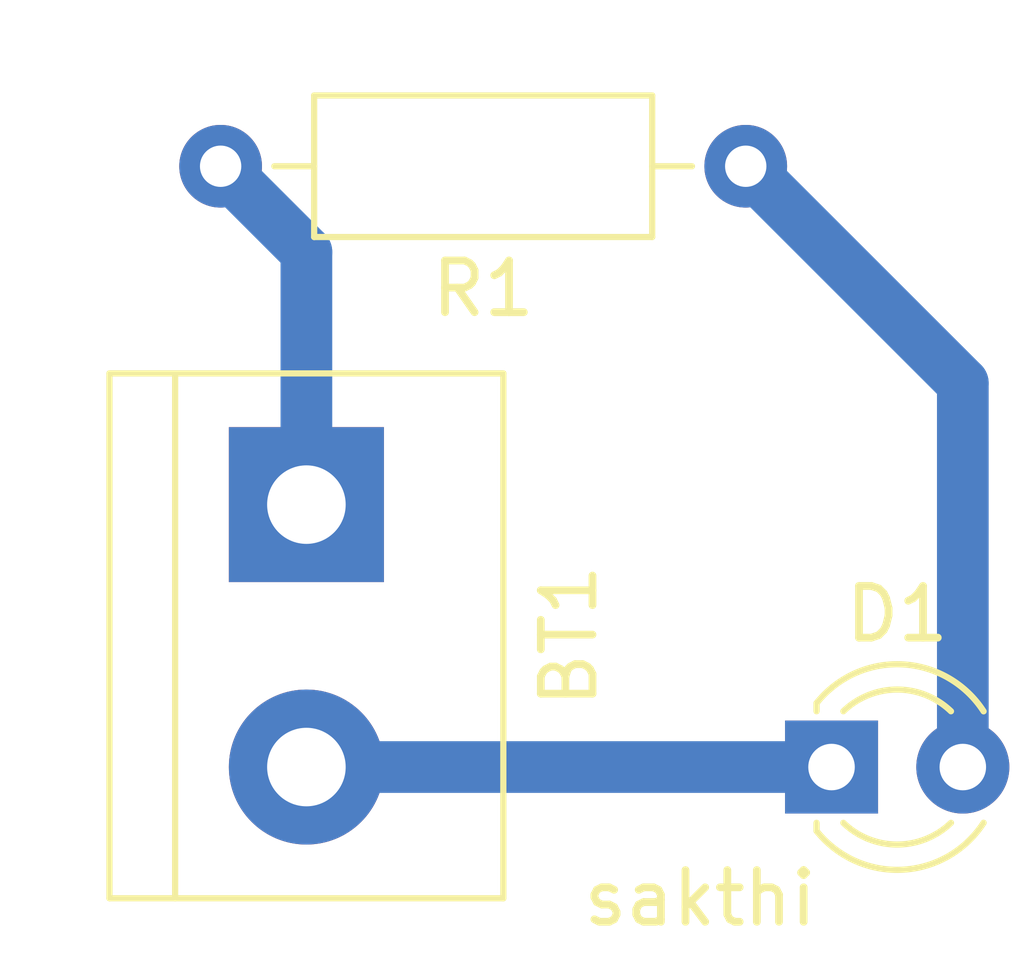
<source format=kicad_pcb>
(kicad_pcb (version 20211014) (generator pcbnew)
  (layers (0 "F.Cu" signal) (31 "B.Cu" signal) (34 "B.Paste" user) (35 "F.Paste" user) (36 "B.SilkS" user "B.Silkscreen") (37 "F.SilkS" user "F.Silkscreen") (38 "B.Mask" user) (39 "F.Mask" user) (44 "Edge.Cuts" user))
  (net 0 "")
  (net 1 "Net-(BT1-Pad1)")
  (net 2 "Net-(BT1-Pad2)")
  (net 3 "Net-(D1-Pad2)")
  (footprint "Resistor_THT:R_Axial_DIN0207_L6.3mm_D2.5mm_P10.16mm_Horizontal" (layer "F.Cu") (at 132.96 84.89 180)
    (fp_text reference "R1" (at 5.08 -2.37) (layer "F.SilkS"))
    (fp_text value "R")
    (fp_line (start 8.35 -1.37) (end 1.81 -1.37) (layer "F.SilkS") (width 0.12))
    (fp_line (start 9.12 0) (end 8.35 0) (layer "F.SilkS") (width 0.12))
    (fp_line (start 1.04 0) (end 1.81 0) (layer "F.SilkS") (width 0.12))
    (fp_line (start 1.81 1.37) (end 8.35 1.37) (layer "F.SilkS") (width 0.12))
    (fp_line (start 1.81 -1.37) (end 1.81 1.37) (layer "F.SilkS") (width 0.12))
    (fp_line (start 8.35 1.37) (end 8.35 -1.37) (layer "F.SilkS") (width 0.12))
    (pad "1" thru_hole circle (at 0 0 180) (size 1.6 1.6) (drill 0.8) (layers *.Cu *.Mask) (net 3 "Net-(D1-Pad2)"))
    (pad "2" thru_hole oval (at 10.16 0 180) (size 1.6 1.6) (drill 0.8) (layers *.Cu *.Mask) (net 1 "Net-(BT1-Pad1)"))
  )
  (footprint "TerminalBlock:TerminalBlock_bornier-2_P5.08mm" (layer "F.Cu") (at 124.46 91.44 -90)
    (fp_text reference "BT1" (at 2.54 -5.08 90) (layer "F.SilkS"))
    (fp_text value "Battery")
    (fp_line (start 7.62 3.81) (end 7.62 -3.81) (layer "F.SilkS") (width 0.12))
    (fp_line (start -2.54 3.81) (end 7.62 3.81) (layer "F.SilkS") (width 0.12))
    (fp_line (start 7.62 -3.81) (end -2.54 -3.81) (layer "F.SilkS") (width 0.12))
    (fp_line (start 7.62 2.54) (end -2.54 2.54) (layer "F.SilkS") (width 0.12))
    (fp_line (start -2.54 -3.81) (end -2.54 3.81) (layer "F.SilkS") (width 0.12))
    (pad "1" thru_hole rect (at 0 0 270) (size 3 3) (drill 1.52) (layers *.Cu *.Mask) (net 1 "Net-(BT1-Pad1)"))
    (pad "2" thru_hole circle (at 5.08 0 270) (size 3 3) (drill 1.52) (layers *.Cu *.Mask) (net 2 "Net-(BT1-Pad2)"))
  )
  (footprint "LED_THT:LED_D3.0mm" (layer "F.Cu") (at 134.62 96.52)
    (fp_text reference "D1" (at 1.27 -2.96) (layer "F.SilkS"))
    (fp_text value "LED")
    (fp_line (start -0.29 1.08) (end -0.29 1.236) (layer "F.SilkS") (width 0.12))
    (fp_line (start -0.29 -1.236) (end -0.29 -1.08) (layer "F.SilkS") (width 0.12))
    (fp_arc (start -0.29 -1.235516) (mid 1.366487 -1.987659) (end 2.942335 -1.078608) (layer "F.SilkS") (width 0.12))
    (fp_arc (start 0.229039 -1.08) (mid 1.270117 -1.5) (end 2.31113 -1.079837) (layer "F.SilkS") (width 0.12))
    (fp_arc (start 2.942335 1.078608) (mid 1.366487 1.987659) (end -0.29 1.235516) (layer "F.SilkS") (width 0.12))
    (fp_arc (start 2.31113 1.079837) (mid 1.270117 1.5) (end 0.229039 1.08) (layer "F.SilkS") (width 0.12))
    (pad "1" thru_hole rect (at 0 0) (size 1.8 1.8) (drill 0.9) (layers *.Cu *.Mask) (net 2 "Net-(BT1-Pad2)"))
    (pad "2" thru_hole circle (at 2.54 0) (size 1.8 1.8) (drill 0.9) (layers *.Cu *.Mask) (net 3 "Net-(D1-Pad2)"))
  )
  (gr_text "sakthi" (at 132.08 99.06) (layer "F.SilkS") (effects (font (size 1 1))))
  (segment (start 124.46 91.44) (end 124.46 86.55) (width 1) (layer "B.Cu") (net 1))
  (segment (start 124.46 86.55) (end 122.8 84.89) (width 1) (layer "B.Cu") (net 1))
  (segment (start 134.62 96.52) (end 124.46 96.52) (width 1) (layer "B.Cu") (net 2))
  (segment (start 137.16 89.09) (end 137.16 96.52) (width 1) (layer "B.Cu") (net 3))
  (segment (start 132.96 84.89) (end 137.16 89.09) (width 1) (layer "B.Cu") (net 3))
)
</source>
